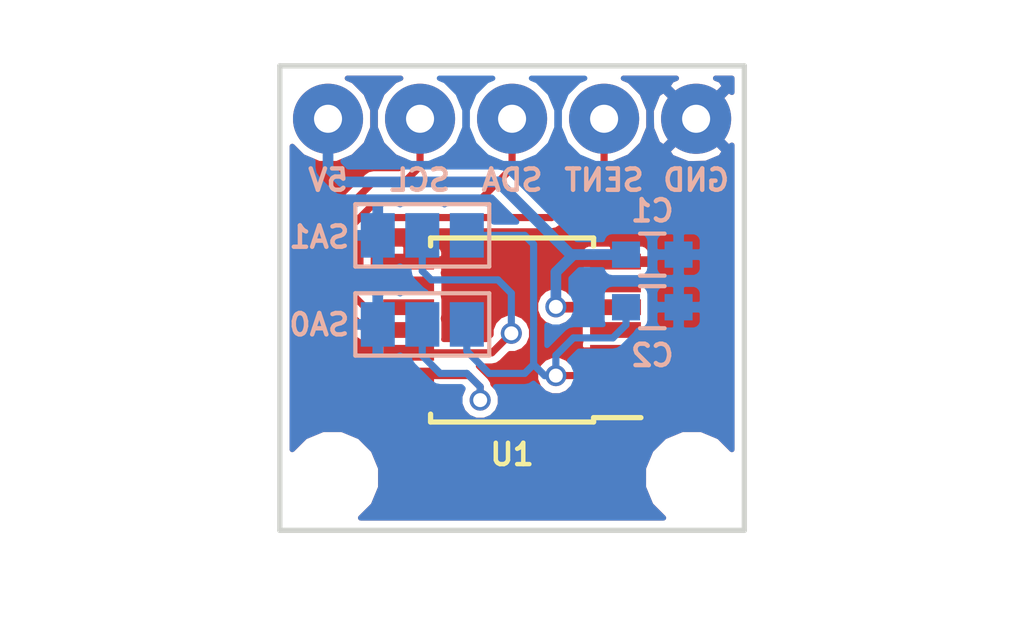
<source format=kicad_pcb>
(kicad_pcb (version 4) (host pcbnew 4.0.6-e0-6349~53~ubuntu16.04.1)

  (general
    (links 19)
    (no_connects 0)
    (area 143.174999 97.674999 156.575001 111.075001)
    (thickness 1)
    (drawings 4)
    (tracks 68)
    (zones 0)
    (modules 12)
    (nets 9)
  )

  (page A4)
  (layers
    (0 F.Cu mixed)
    (31 B.Cu mixed)
    (32 B.Adhes user)
    (33 F.Adhes user)
    (34 B.Paste user)
    (35 F.Paste user)
    (36 B.SilkS user)
    (37 F.SilkS user)
    (38 B.Mask user)
    (39 F.Mask user)
    (40 Dwgs.User user)
    (41 Cmts.User user)
    (42 Eco1.User user)
    (43 Eco2.User user)
    (44 Edge.Cuts user)
    (45 Margin user)
    (46 B.CrtYd user)
    (47 F.CrtYd user)
    (48 B.Fab user)
    (49 F.Fab user)
  )

  (setup
    (last_trace_width 0.2032)
    (trace_clearance 0.2032)
    (zone_clearance 0.2032)
    (zone_45_only no)
    (trace_min 0.2)
    (segment_width 0.2)
    (edge_width 0.15)
    (via_size 0.6)
    (via_drill 0.4)
    (via_min_size 0.4)
    (via_min_drill 0.3)
    (uvia_size 0.3)
    (uvia_drill 0.1)
    (uvias_allowed no)
    (uvia_min_size 0)
    (uvia_min_drill 0)
    (pcb_text_width 0.3)
    (pcb_text_size 1.5 1.5)
    (mod_edge_width 0.15)
    (mod_text_size 0.6096 0.6096)
    (mod_text_width 0.127)
    (pad_size 1.524 1.524)
    (pad_drill 0.762)
    (pad_to_mask_clearance 0.1016)
    (solder_mask_min_width 0.32)
    (pad_to_paste_clearance -0.0762)
    (aux_axis_origin 143.25 97.76)
    (grid_origin 143.25 97.76)
    (visible_elements FFFEFF7F)
    (pcbplotparams
      (layerselection 0x00030_80000001)
      (usegerberextensions false)
      (excludeedgelayer true)
      (linewidth 0.100000)
      (plotframeref false)
      (viasonmask false)
      (mode 1)
      (useauxorigin false)
      (hpglpennumber 1)
      (hpglpenspeed 20)
      (hpglpendiameter 15)
      (hpglpenoverlay 2)
      (psnegative false)
      (psa4output false)
      (plotreference true)
      (plotvalue true)
      (plotinvisibletext false)
      (padsonsilk false)
      (subtractmaskfromsilk false)
      (outputformat 1)
      (mirror false)
      (drillshape 1)
      (scaleselection 1)
      (outputdirectory ""))
  )

  (net 0 "")
  (net 1 "Net-(J2-Pad1)")
  (net 2 "Net-(J3-Pad1)")
  (net 3 "Net-(J4-Pad1)")
  (net 4 GND)
  (net 5 +5V)
  (net 6 "Net-(C2-Pad1)")
  (net 7 "Net-(J6-Pad2)")
  (net 8 "Net-(J7-Pad2)")

  (net_class Default "This is the default net class."
    (clearance 0.2032)
    (trace_width 0.2032)
    (via_dia 0.6)
    (via_drill 0.4)
    (uvia_dia 0.3)
    (uvia_drill 0.1)
    (add_net "Net-(C2-Pad1)")
    (add_net "Net-(J2-Pad1)")
    (add_net "Net-(J3-Pad1)")
    (add_net "Net-(J4-Pad1)")
    (add_net "Net-(J6-Pad2)")
    (add_net "Net-(J7-Pad2)")
  )

  (net_class PWR ""
    (clearance 0.2032)
    (trace_width 0.3048)
    (via_dia 0.6)
    (via_drill 0.4)
    (uvia_dia 0.3)
    (uvia_drill 0.1)
    (add_net +5V)
    (add_net GND)
  )

  (module Wire_Pads:SolderWirePad_single_0-8mmDrill (layer B.Cu) (tedit 594F33FF) (tstamp 594A8135)
    (at 144.625 99.26)
    (path /594A81BD)
    (fp_text reference 5V (at 0 1.75) (layer B.SilkS)
      (effects (font (size 0.6096 0.6096) (thickness 0.127)) (justify mirror))
    )
    (fp_text value 5V (at 0 -2.54) (layer B.Fab)
      (effects (font (size 1 1) (thickness 0.15)) (justify mirror))
    )
    (pad 1 thru_hole circle (at 0 0) (size 1.99898 1.99898) (drill 0.8001) (layers *.Cu *.Mask)
      (net 5 +5V))
  )

  (module Wire_Pads:SolderWirePad_single_0-8mmDrill (layer B.Cu) (tedit 594F33E5) (tstamp 594A813A)
    (at 149.875 99.26)
    (path /5949AA76)
    (fp_text reference SDA (at 0 1.75) (layer B.SilkS)
      (effects (font (size 0.6096 0.6096) (thickness 0.127)) (justify mirror))
    )
    (fp_text value SDA (at 0 -2.54) (layer B.Fab)
      (effects (font (size 1 1) (thickness 0.15)) (justify mirror))
    )
    (pad 1 thru_hole circle (at 0 0) (size 1.99898 1.99898) (drill 0.8001) (layers *.Cu *.Mask)
      (net 1 "Net-(J2-Pad1)"))
  )

  (module Wire_Pads:SolderWirePad_single_0-8mmDrill (layer B.Cu) (tedit 594F33F6) (tstamp 594A813F)
    (at 147.25 99.26)
    (path /594A81EA)
    (fp_text reference SCL (at 0 1.75) (layer B.SilkS)
      (effects (font (size 0.6096 0.6096) (thickness 0.127)) (justify mirror))
    )
    (fp_text value SCL (at 0 -2.54) (layer B.Fab)
      (effects (font (size 1 1) (thickness 0.15)) (justify mirror))
    )
    (pad 1 thru_hole circle (at 0 0) (size 1.99898 1.99898) (drill 0.8001) (layers *.Cu *.Mask)
      (net 2 "Net-(J3-Pad1)"))
  )

  (module Wire_Pads:SolderWirePad_single_0-8mmDrill (layer B.Cu) (tedit 594F33D3) (tstamp 594A8144)
    (at 152.5 99.26)
    (path /594A8210)
    (fp_text reference SENT (at 0 1.75) (layer B.SilkS)
      (effects (font (size 0.6096 0.6096) (thickness 0.127)) (justify mirror))
    )
    (fp_text value SENT (at 0 -2.54) (layer B.Fab)
      (effects (font (size 1 1) (thickness 0.15)) (justify mirror))
    )
    (pad 1 thru_hole circle (at 0 0) (size 1.99898 1.99898) (drill 0.8001) (layers *.Cu *.Mask)
      (net 3 "Net-(J4-Pad1)"))
  )

  (module Wire_Pads:SolderWirePad_single_0-8mmDrill (layer B.Cu) (tedit 594F33BA) (tstamp 594A8149)
    (at 155.125 99.26)
    (path /594A823F)
    (fp_text reference GND (at 0 1.75) (layer B.SilkS)
      (effects (font (size 0.6096 0.6096) (thickness 0.127)) (justify mirror))
    )
    (fp_text value GND (at 0 -2.54) (layer B.Fab)
      (effects (font (size 1 1) (thickness 0.15)) (justify mirror))
    )
    (pad 1 thru_hole circle (at 0 0) (size 1.99898 1.99898) (drill 0.8001) (layers *.Cu *.Mask)
      (net 4 GND))
  )

  (module Housings_SSOP:TSSOP-14_4.4x5mm_Pitch0.65mm (layer F.Cu) (tedit 54130A77) (tstamp 594A8160)
    (at 149.875 105.285 180)
    (descr "14-Lead Plastic Thin Shrink Small Outline (ST)-4.4 mm Body [TSSOP] (see Microchip Packaging Specification 00000049BS.pdf)")
    (tags "SSOP 0.65")
    (path /594A7FD0)
    (attr smd)
    (fp_text reference U1 (at 0 -3.55 180) (layer F.SilkS)
      (effects (font (size 0.6096 0.6096) (thickness 0.127)))
    )
    (fp_text value Generic_TSSOP-14 (at 0 3.55 180) (layer F.Fab)
      (effects (font (size 1 1) (thickness 0.15)))
    )
    (fp_line (start -1.2 -2.5) (end 2.2 -2.5) (layer F.Fab) (width 0.15))
    (fp_line (start 2.2 -2.5) (end 2.2 2.5) (layer F.Fab) (width 0.15))
    (fp_line (start 2.2 2.5) (end -2.2 2.5) (layer F.Fab) (width 0.15))
    (fp_line (start -2.2 2.5) (end -2.2 -1.5) (layer F.Fab) (width 0.15))
    (fp_line (start -2.2 -1.5) (end -1.2 -2.5) (layer F.Fab) (width 0.15))
    (fp_line (start -3.95 -2.8) (end -3.95 2.8) (layer F.CrtYd) (width 0.05))
    (fp_line (start 3.95 -2.8) (end 3.95 2.8) (layer F.CrtYd) (width 0.05))
    (fp_line (start -3.95 -2.8) (end 3.95 -2.8) (layer F.CrtYd) (width 0.05))
    (fp_line (start -3.95 2.8) (end 3.95 2.8) (layer F.CrtYd) (width 0.05))
    (fp_line (start -2.325 -2.625) (end -2.325 -2.5) (layer F.SilkS) (width 0.15))
    (fp_line (start 2.325 -2.625) (end 2.325 -2.4) (layer F.SilkS) (width 0.15))
    (fp_line (start 2.325 2.625) (end 2.325 2.4) (layer F.SilkS) (width 0.15))
    (fp_line (start -2.325 2.625) (end -2.325 2.4) (layer F.SilkS) (width 0.15))
    (fp_line (start -2.325 -2.625) (end 2.325 -2.625) (layer F.SilkS) (width 0.15))
    (fp_line (start -2.325 2.625) (end 2.325 2.625) (layer F.SilkS) (width 0.15))
    (fp_line (start -2.325 -2.5) (end -3.675 -2.5) (layer F.SilkS) (width 0.15))
    (fp_text user %R (at 0 0 180) (layer F.Fab)
      (effects (font (size 0.8 0.8) (thickness 0.15)))
    )
    (pad 1 smd rect (at -2.95 -1.95 180) (size 1.45 0.45) (layers F.Cu F.Paste F.Mask)
      (net 4 GND))
    (pad 2 smd rect (at -2.95 -1.3 180) (size 1.45 0.45) (layers F.Cu F.Paste F.Mask)
      (net 6 "Net-(C2-Pad1)"))
    (pad 3 smd rect (at -2.95 -0.65 180) (size 1.45 0.45) (layers F.Cu F.Paste F.Mask)
      (net 4 GND))
    (pad 4 smd rect (at -2.95 0 180) (size 1.45 0.45) (layers F.Cu F.Paste F.Mask))
    (pad 5 smd rect (at -2.95 0.65 180) (size 1.45 0.45) (layers F.Cu F.Paste F.Mask)
      (net 5 +5V))
    (pad 6 smd rect (at -2.95 1.3 180) (size 1.45 0.45) (layers F.Cu F.Paste F.Mask))
    (pad 7 smd rect (at -2.95 1.95 180) (size 1.45 0.45) (layers F.Cu F.Paste F.Mask)
      (net 4 GND))
    (pad 8 smd rect (at 2.95 1.95 180) (size 1.45 0.45) (layers F.Cu F.Paste F.Mask)
      (net 4 GND))
    (pad 9 smd rect (at 2.95 1.3 180) (size 1.45 0.45) (layers F.Cu F.Paste F.Mask)
      (net 3 "Net-(J4-Pad1)"))
    (pad 10 smd rect (at 2.95 0.65 180) (size 1.45 0.45) (layers F.Cu F.Paste F.Mask)
      (net 1 "Net-(J2-Pad1)"))
    (pad 11 smd rect (at 2.95 0 180) (size 1.45 0.45) (layers F.Cu F.Paste F.Mask)
      (net 2 "Net-(J3-Pad1)"))
    (pad 12 smd rect (at 2.95 -0.65 180) (size 1.45 0.45) (layers F.Cu F.Paste F.Mask)
      (net 8 "Net-(J7-Pad2)"))
    (pad 13 smd rect (at 2.95 -1.3 180) (size 1.45 0.45) (layers F.Cu F.Paste F.Mask)
      (net 7 "Net-(J6-Pad2)"))
    (pad 14 smd rect (at 2.95 -1.95 180) (size 1.45 0.45) (layers F.Cu F.Paste F.Mask)
      (net 4 GND))
    (model ${KISYS3DMOD}/Housings_SSOP.3dshapes/TSSOP-14_4.4x5mm_Pitch0.65mm.wrl
      (at (xyz 0 0 0))
      (scale (xyz 1 1 1))
      (rotate (xyz 0 0 0))
    )
  )

  (module Capacitors_SMD:C_0603 (layer B.Cu) (tedit 594F32B5) (tstamp 594F80B6)
    (at 153.875 103.135)
    (descr "Capacitor SMD 0603, reflow soldering, AVX (see smccp.pdf)")
    (tags "capacitor 0603")
    (path /594F29FA)
    (attr smd)
    (fp_text reference C1 (at 0 -1.25) (layer B.SilkS)
      (effects (font (size 0.6096 0.6096) (thickness 0.127)) (justify mirror))
    )
    (fp_text value 100n (at 0 -1.5) (layer B.Fab)
      (effects (font (size 1 1) (thickness 0.15)) (justify mirror))
    )
    (fp_text user %R (at 0 1.5) (layer B.Fab)
      (effects (font (size 1 1) (thickness 0.15)) (justify mirror))
    )
    (fp_line (start -0.8 -0.4) (end -0.8 0.4) (layer B.Fab) (width 0.1))
    (fp_line (start 0.8 -0.4) (end -0.8 -0.4) (layer B.Fab) (width 0.1))
    (fp_line (start 0.8 0.4) (end 0.8 -0.4) (layer B.Fab) (width 0.1))
    (fp_line (start -0.8 0.4) (end 0.8 0.4) (layer B.Fab) (width 0.1))
    (fp_line (start -0.35 0.6) (end 0.35 0.6) (layer B.SilkS) (width 0.12))
    (fp_line (start 0.35 -0.6) (end -0.35 -0.6) (layer B.SilkS) (width 0.12))
    (fp_line (start -1.4 0.65) (end 1.4 0.65) (layer B.CrtYd) (width 0.05))
    (fp_line (start -1.4 0.65) (end -1.4 -0.65) (layer B.CrtYd) (width 0.05))
    (fp_line (start 1.4 -0.65) (end 1.4 0.65) (layer B.CrtYd) (width 0.05))
    (fp_line (start 1.4 -0.65) (end -1.4 -0.65) (layer B.CrtYd) (width 0.05))
    (pad 1 smd rect (at -0.75 0) (size 0.8 0.75) (layers B.Cu B.Paste B.Mask)
      (net 5 +5V))
    (pad 2 smd rect (at 0.75 0) (size 0.8 0.75) (layers B.Cu B.Paste B.Mask)
      (net 4 GND))
    (model Capacitors_SMD.3dshapes/C_0603.wrl
      (at (xyz 0 0 0))
      (scale (xyz 1 1 1))
      (rotate (xyz 0 0 0))
    )
  )

  (module Capacitors_SMD:C_0603 (layer B.Cu) (tedit 594F32C6) (tstamp 594F80BC)
    (at 153.875 104.635)
    (descr "Capacitor SMD 0603, reflow soldering, AVX (see smccp.pdf)")
    (tags "capacitor 0603")
    (path /594F23C2)
    (attr smd)
    (fp_text reference C2 (at 0 1.375) (layer B.SilkS)
      (effects (font (size 0.6096 0.6096) (thickness 0.127)) (justify mirror))
    )
    (fp_text value 100n (at 0 -1.5) (layer B.Fab)
      (effects (font (size 1 1) (thickness 0.15)) (justify mirror))
    )
    (fp_text user %R (at 0 1.5) (layer B.Fab)
      (effects (font (size 1 1) (thickness 0.15)) (justify mirror))
    )
    (fp_line (start -0.8 -0.4) (end -0.8 0.4) (layer B.Fab) (width 0.1))
    (fp_line (start 0.8 -0.4) (end -0.8 -0.4) (layer B.Fab) (width 0.1))
    (fp_line (start 0.8 0.4) (end 0.8 -0.4) (layer B.Fab) (width 0.1))
    (fp_line (start -0.8 0.4) (end 0.8 0.4) (layer B.Fab) (width 0.1))
    (fp_line (start -0.35 0.6) (end 0.35 0.6) (layer B.SilkS) (width 0.12))
    (fp_line (start 0.35 -0.6) (end -0.35 -0.6) (layer B.SilkS) (width 0.12))
    (fp_line (start -1.4 0.65) (end 1.4 0.65) (layer B.CrtYd) (width 0.05))
    (fp_line (start -1.4 0.65) (end -1.4 -0.65) (layer B.CrtYd) (width 0.05))
    (fp_line (start 1.4 -0.65) (end 1.4 0.65) (layer B.CrtYd) (width 0.05))
    (fp_line (start 1.4 -0.65) (end -1.4 -0.65) (layer B.CrtYd) (width 0.05))
    (pad 1 smd rect (at -0.75 0) (size 0.8 0.75) (layers B.Cu B.Paste B.Mask)
      (net 6 "Net-(C2-Pad1)"))
    (pad 2 smd rect (at 0.75 0) (size 0.8 0.75) (layers B.Cu B.Paste B.Mask)
      (net 4 GND))
    (model Capacitors_SMD.3dshapes/C_0603.wrl
      (at (xyz 0 0 0))
      (scale (xyz 1 1 1))
      (rotate (xyz 0 0 0))
    )
  )

  (module Connectors:GS3 (layer B.Cu) (tedit 594F3368) (tstamp 594F80C3)
    (at 147.314 105.126 270)
    (descr "3-pin solder bridge")
    (tags "solder bridge")
    (path /594F2E78)
    (attr smd)
    (fp_text reference SA0 (at 0.009 2.939 360) (layer B.SilkS)
      (effects (font (size 0.6096 0.6096) (thickness 0.127)) (justify mirror))
    )
    (fp_text value GS3 (at 1.8 0 540) (layer B.Fab)
      (effects (font (size 1 1) (thickness 0.15)) (justify mirror))
    )
    (fp_line (start -1.15 2.15) (end 1.15 2.15) (layer B.CrtYd) (width 0.05))
    (fp_line (start 1.15 2.15) (end 1.15 -2.15) (layer B.CrtYd) (width 0.05))
    (fp_line (start 1.15 -2.15) (end -1.15 -2.15) (layer B.CrtYd) (width 0.05))
    (fp_line (start -1.15 -2.15) (end -1.15 2.15) (layer B.CrtYd) (width 0.05))
    (fp_line (start -0.89 1.91) (end -0.89 -1.91) (layer B.SilkS) (width 0.12))
    (fp_line (start -0.89 -1.91) (end 0.89 -1.91) (layer B.SilkS) (width 0.12))
    (fp_line (start 0.89 -1.91) (end 0.89 1.91) (layer B.SilkS) (width 0.12))
    (fp_line (start -0.89 1.91) (end 0.89 1.91) (layer B.SilkS) (width 0.12))
    (pad 1 smd rect (at 0 1.27 270) (size 1.27 0.97) (layers B.Cu B.Paste B.Mask)
      (net 4 GND))
    (pad 2 smd rect (at 0 0 270) (size 1.27 0.97) (layers B.Cu B.Paste B.Mask)
      (net 7 "Net-(J6-Pad2)"))
    (pad 3 smd rect (at 0 -1.27 270) (size 1.27 0.97) (layers B.Cu B.Paste B.Mask)
      (net 6 "Net-(C2-Pad1)"))
  )

  (module Connectors:GS3 (layer B.Cu) (tedit 594F3365) (tstamp 594F80CA)
    (at 147.314 102.586 270)
    (descr "3-pin solder bridge")
    (tags "solder bridge")
    (path /594F2F74)
    (attr smd)
    (fp_text reference SA1 (at 0.049 2.939 360) (layer B.SilkS)
      (effects (font (size 0.6096 0.6096) (thickness 0.127)) (justify mirror))
    )
    (fp_text value GS3 (at 1.8 0 540) (layer B.Fab)
      (effects (font (size 1 1) (thickness 0.15)) (justify mirror))
    )
    (fp_line (start -1.15 2.15) (end 1.15 2.15) (layer B.CrtYd) (width 0.05))
    (fp_line (start 1.15 2.15) (end 1.15 -2.15) (layer B.CrtYd) (width 0.05))
    (fp_line (start 1.15 -2.15) (end -1.15 -2.15) (layer B.CrtYd) (width 0.05))
    (fp_line (start -1.15 -2.15) (end -1.15 2.15) (layer B.CrtYd) (width 0.05))
    (fp_line (start -0.89 1.91) (end -0.89 -1.91) (layer B.SilkS) (width 0.12))
    (fp_line (start -0.89 -1.91) (end 0.89 -1.91) (layer B.SilkS) (width 0.12))
    (fp_line (start 0.89 -1.91) (end 0.89 1.91) (layer B.SilkS) (width 0.12))
    (fp_line (start -0.89 1.91) (end 0.89 1.91) (layer B.SilkS) (width 0.12))
    (pad 1 smd rect (at 0 1.27 270) (size 1.27 0.97) (layers B.Cu B.Paste B.Mask)
      (net 4 GND))
    (pad 2 smd rect (at 0 0 270) (size 1.27 0.97) (layers B.Cu B.Paste B.Mask)
      (net 8 "Net-(J7-Pad2)"))
    (pad 3 smd rect (at 0 -1.27 270) (size 1.27 0.97) (layers B.Cu B.Paste B.Mask)
      (net 6 "Net-(C2-Pad1)"))
  )

  (module Mounting_Holes:MountingHole_2.2mm_M2 (layer F.Cu) (tedit 594F3285) (tstamp 594F8286)
    (at 144.75 109.5)
    (descr "Mounting Hole 2.2mm, no annular, M2")
    (tags "mounting hole 2.2mm no annular m2")
    (fp_text reference REF** (at 0 -3.2) (layer F.SilkS) hide
      (effects (font (size 0.6096 0.6096) (thickness 0.127)))
    )
    (fp_text value MountingHole_2.2mm_M2 (at 0 3.2) (layer F.Fab)
      (effects (font (size 1 1) (thickness 0.15)))
    )
    (fp_circle (center 0 0) (end 2.2 0) (layer Cmts.User) (width 0.15))
    (fp_circle (center 0 0) (end 2.45 0) (layer F.CrtYd) (width 0.05))
    (pad 1 np_thru_hole circle (at 0 0) (size 2.2 2.2) (drill 2.2) (layers *.Cu *.Mask))
  )

  (module Mounting_Holes:MountingHole_2.2mm_M2 (layer F.Cu) (tedit 594F328C) (tstamp 594F828A)
    (at 155 109.5)
    (descr "Mounting Hole 2.2mm, no annular, M2")
    (tags "mounting hole 2.2mm no annular m2")
    (fp_text reference REF** (at 0 -3.2) (layer F.SilkS) hide
      (effects (font (size 0.6096 0.6096) (thickness 0.127)))
    )
    (fp_text value MountingHole_2.2mm_M2 (at 0 3.2) (layer F.Fab)
      (effects (font (size 1 1) (thickness 0.15)))
    )
    (fp_circle (center 0 0) (end 2.2 0) (layer Cmts.User) (width 0.15))
    (fp_circle (center 0 0) (end 2.45 0) (layer F.CrtYd) (width 0.05))
    (pad 1 np_thru_hole circle (at 0 0) (size 2.2 2.2) (drill 2.2) (layers *.Cu *.Mask))
  )

  (gr_line (start 143.25 111) (end 143.25 97.75) (angle 90) (layer Edge.Cuts) (width 0.15))
  (gr_line (start 156.5 111) (end 143.25 111) (angle 90) (layer Edge.Cuts) (width 0.15))
  (gr_line (start 156.5 97.75) (end 156.5 111) (angle 90) (layer Edge.Cuts) (width 0.15))
  (gr_line (start 143.25 97.75) (end 156.5 97.75) (angle 90) (layer Edge.Cuts) (width 0.15))

  (segment (start 146.925 104.635) (end 145.68 104.635) (width 0.2032) (layer F.Cu) (net 1))
  (segment (start 149.875 100.66) (end 149.875 99.26) (width 0.2032) (layer F.Cu) (net 1) (tstamp 594F83F3))
  (segment (start 148.965 101.57) (end 149.875 100.66) (width 0.2032) (layer F.Cu) (net 1) (tstamp 594F83F1))
  (segment (start 146.044 101.57) (end 148.965 101.57) (width 0.2032) (layer F.Cu) (net 1) (tstamp 594F83EF))
  (segment (start 145.028 102.586) (end 146.044 101.57) (width 0.2032) (layer F.Cu) (net 1) (tstamp 594F83ED))
  (segment (start 145.028 103.983) (end 145.028 102.586) (width 0.2032) (layer F.Cu) (net 1) (tstamp 594F83EC))
  (segment (start 145.68 104.635) (end 145.028 103.983) (width 0.2032) (layer F.Cu) (net 1) (tstamp 594F83EA))
  (segment (start 146.925 105.285) (end 145.695 105.285) (width 0.2032) (layer F.Cu) (net 2))
  (segment (start 147.25 100.618) (end 147.25 99.26) (width 0.2032) (layer F.Cu) (net 2) (tstamp 594F8400))
  (segment (start 146.806 101.062) (end 147.25 100.618) (width 0.2032) (layer F.Cu) (net 2) (tstamp 594F83FF))
  (segment (start 145.917 101.062) (end 146.806 101.062) (width 0.2032) (layer F.Cu) (net 2) (tstamp 594F83FD))
  (segment (start 144.52 102.459) (end 145.917 101.062) (width 0.2032) (layer F.Cu) (net 2) (tstamp 594F83FB))
  (segment (start 144.52 104.11) (end 144.52 102.459) (width 0.2032) (layer F.Cu) (net 2) (tstamp 594F83F9))
  (segment (start 145.695 105.285) (end 144.52 104.11) (width 0.2032) (layer F.Cu) (net 2) (tstamp 594F83F7))
  (segment (start 146.925 103.985) (end 145.792 103.985) (width 0.2032) (layer F.Cu) (net 3))
  (segment (start 152.5 100.575) (end 152.5 99.26) (width 0.2032) (layer F.Cu) (net 3) (tstamp 594F83D6))
  (segment (start 150.997 102.078) (end 152.5 100.575) (width 0.2032) (layer F.Cu) (net 3) (tstamp 594F83D4))
  (segment (start 146.171 102.078) (end 150.997 102.078) (width 0.2032) (layer F.Cu) (net 3) (tstamp 594F83D3))
  (segment (start 145.536 102.713) (end 146.171 102.078) (width 0.2032) (layer F.Cu) (net 3) (tstamp 594F83D2))
  (segment (start 145.536 103.729) (end 145.536 102.713) (width 0.2032) (layer F.Cu) (net 3) (tstamp 594F83D1))
  (segment (start 145.792 103.985) (end 145.536 103.729) (width 0.2032) (layer F.Cu) (net 3) (tstamp 594F83D0))
  (segment (start 153.125 103.135) (end 151.546 103.135) (width 0.3048) (layer B.Cu) (net 5))
  (segment (start 144.625 100.659) (end 144.625 99.26) (width 0.3048) (layer B.Cu) (net 5) (tstamp 594F841B))
  (segment (start 145.028 101.062) (end 144.625 100.659) (width 0.3048) (layer B.Cu) (net 5) (tstamp 594F841A))
  (segment (start 149.473 101.062) (end 145.028 101.062) (width 0.3048) (layer B.Cu) (net 5) (tstamp 594F8418))
  (segment (start 151.546 103.135) (end 149.473 101.062) (width 0.3048) (layer B.Cu) (net 5) (tstamp 594F8416))
  (segment (start 151.125 104.625) (end 151.125 103.635) (width 0.3048) (layer B.Cu) (net 5))
  (segment (start 152.825 104.635) (end 151.135 104.635) (width 0.3048) (layer F.Cu) (net 5))
  (segment (start 151.135 104.635) (end 151.125 104.625) (width 0.3048) (layer F.Cu) (net 5) (tstamp 594F82BF))
  (via (at 151.125 104.625) (size 0.6) (drill 0.4) (layers F.Cu B.Cu) (net 5))
  (segment (start 151.625 103.135) (end 153.125 103.135) (width 0.3048) (layer B.Cu) (net 5) (tstamp 594F837B))
  (segment (start 151.125 103.635) (end 151.625 103.135) (width 0.3048) (layer B.Cu) (net 5) (tstamp 594F837A))
  (segment (start 151.124 106.5865) (end 150.8065 106.5865) (width 0.2032) (layer B.Cu) (net 6))
  (segment (start 150.8065 106.5865) (end 150.489 106.269) (width 0.2032) (layer B.Cu) (net 6) (tstamp 594F846F))
  (segment (start 148.584 102.586) (end 150.235 102.586) (width 0.2032) (layer B.Cu) (net 6))
  (segment (start 150.489 105.888) (end 150.489 106.269) (width 0.2032) (layer B.Cu) (net 6) (tstamp 594F8463))
  (segment (start 150.489 105.126) (end 150.489 105.888) (width 0.2032) (layer B.Cu) (net 6) (tstamp 594F8462))
  (segment (start 150.489 102.84) (end 150.489 105.126) (width 0.2032) (layer B.Cu) (net 6) (tstamp 594F8461))
  (segment (start 150.235 102.586) (end 150.489 102.84) (width 0.2032) (layer B.Cu) (net 6) (tstamp 594F8460))
  (segment (start 150.489 106.269) (end 150.235 106.523) (width 0.2032) (layer B.Cu) (net 6) (tstamp 594F8465))
  (segment (start 149.219 106.523) (end 148.584 105.888) (width 0.2032) (layer B.Cu) (net 6) (tstamp 594F8467))
  (segment (start 150.235 106.523) (end 149.219 106.523) (width 0.2032) (layer B.Cu) (net 6) (tstamp 594F8466))
  (segment (start 148.584 105.888) (end 148.584 105.126) (width 0.2032) (layer B.Cu) (net 6) (tstamp 594F8468))
  (segment (start 151.124 106.5865) (end 151.124 106.011) (width 0.2032) (layer B.Cu) (net 6))
  (segment (start 151.1255 106.585) (end 151.124 106.5865) (width 0.2032) (layer F.Cu) (net 6) (tstamp 594F8306))
  (via (at 151.124 106.5865) (size 0.6) (drill 0.4) (layers F.Cu B.Cu) (net 6))
  (segment (start 152.825 106.585) (end 151.1255 106.585) (width 0.2032) (layer F.Cu) (net 6))
  (segment (start 153.125 105.135) (end 153.125 104.635) (width 0.2032) (layer B.Cu) (net 6) (tstamp 594F8377))
  (segment (start 152.75 105.51) (end 153.125 105.135) (width 0.2032) (layer B.Cu) (net 6) (tstamp 594F8376))
  (segment (start 151.625 105.51) (end 152.75 105.51) (width 0.2032) (layer B.Cu) (net 6) (tstamp 594F8375))
  (segment (start 151.124 106.011) (end 151.625 105.51) (width 0.2032) (layer B.Cu) (net 6) (tstamp 594F8374))
  (segment (start 148.965 107.285) (end 148.965 106.904) (width 0.2032) (layer B.Cu) (net 7))
  (segment (start 146.925 106.585) (end 148.646 106.585) (width 0.2032) (layer F.Cu) (net 7))
  (segment (start 148.646 106.585) (end 148.965 106.904) (width 0.2032) (layer F.Cu) (net 7) (tstamp 594F843C))
  (segment (start 148.965 106.904) (end 148.965 107.285) (width 0.2032) (layer F.Cu) (net 7) (tstamp 594F843E))
  (via (at 148.965 107.285) (size 0.6) (drill 0.4) (layers F.Cu B.Cu) (net 7))
  (segment (start 147.314 106.015) (end 147.314 105.126) (width 0.2032) (layer B.Cu) (net 7) (tstamp 594F8450))
  (segment (start 147.822 106.523) (end 147.314 106.015) (width 0.2032) (layer B.Cu) (net 7) (tstamp 594F844F))
  (segment (start 148.584 106.523) (end 147.822 106.523) (width 0.2032) (layer B.Cu) (net 7) (tstamp 594F844E))
  (segment (start 148.965 106.904) (end 148.584 106.523) (width 0.2032) (layer B.Cu) (net 7) (tstamp 594F844D))
  (segment (start 146.925 105.935) (end 149.299 105.935) (width 0.2032) (layer F.Cu) (net 8))
  (segment (start 147.314 103.602) (end 147.314 102.586) (width 0.2032) (layer B.Cu) (net 8) (tstamp 594F847A))
  (segment (start 147.568 103.856) (end 147.314 103.602) (width 0.2032) (layer B.Cu) (net 8) (tstamp 594F8479))
  (segment (start 149.473 103.856) (end 147.568 103.856) (width 0.2032) (layer B.Cu) (net 8) (tstamp 594F8478))
  (segment (start 149.854 104.237) (end 149.473 103.856) (width 0.2032) (layer B.Cu) (net 8) (tstamp 594F8476))
  (segment (start 149.854 105.38) (end 149.854 104.237) (width 0.2032) (layer B.Cu) (net 8) (tstamp 594F8475))
  (via (at 149.854 105.38) (size 0.6) (drill 0.4) (layers F.Cu B.Cu) (net 8))
  (segment (start 149.299 105.935) (end 149.854 105.38) (width 0.2032) (layer F.Cu) (net 8) (tstamp 594F8473))

  (zone (net 4) (net_name GND) (layer F.Cu) (tstamp 594F8481) (hatch edge 0.508)
    (connect_pads (clearance 0.2032))
    (min_thickness 0.1524)
    (fill yes (arc_segments 16) (thermal_gap 0.2032) (thermal_bridge_width 0.3048))
    (polygon
      (pts
        (xy 156.5 111.01) (xy 143.25 111.01) (xy 143.25 97.76) (xy 156.5 97.76)
      )
    )
    (filled_polygon
      (pts
        (xy 146.526513 98.175178) (xy 146.166442 98.534621) (xy 145.971332 99.004497) (xy 145.970888 99.513271) (xy 146.165178 99.983487)
        (xy 146.524621 100.343558) (xy 146.850365 100.478819) (xy 146.648184 100.681) (xy 145.917 100.681) (xy 145.771197 100.710002)
        (xy 145.721688 100.743083) (xy 145.647592 100.792592) (xy 145.64759 100.792595) (xy 144.250592 102.189592) (xy 144.168002 102.313197)
        (xy 144.168002 102.313198) (xy 144.139 102.459) (xy 144.139 104.11) (xy 144.168002 104.255803) (xy 144.250592 104.379408)
        (xy 145.425592 105.554408) (xy 145.549197 105.636998) (xy 145.695 105.666) (xy 145.924037 105.666) (xy 145.915127 105.71)
        (xy 145.915127 106.16) (xy 145.934609 106.263539) (xy 145.934648 106.2636) (xy 145.915127 106.36) (xy 145.915127 106.81)
        (xy 145.934609 106.913539) (xy 145.936389 106.916306) (xy 145.9206 106.954424) (xy 145.9206 107.08895) (xy 145.99045 107.1588)
        (xy 146.8488 107.1588) (xy 146.8488 107.1388) (xy 147.0012 107.1388) (xy 147.0012 107.1588) (xy 147.85955 107.1588)
        (xy 147.9294 107.08895) (xy 147.9294 106.966) (xy 148.470095 106.966) (xy 148.385701 107.169245) (xy 148.3855 107.399744)
        (xy 148.473522 107.612775) (xy 148.636368 107.775905) (xy 148.849245 107.864299) (xy 149.079744 107.8645) (xy 149.292775 107.776478)
        (xy 149.455905 107.613632) (xy 149.544299 107.400755) (xy 149.544316 107.38105) (xy 151.8206 107.38105) (xy 151.8206 107.515576)
        (xy 151.863136 107.618267) (xy 151.941733 107.696864) (xy 152.044424 107.7394) (xy 152.67895 107.7394) (xy 152.7488 107.66955)
        (xy 152.7488 107.3112) (xy 152.9012 107.3112) (xy 152.9012 107.66955) (xy 152.97105 107.7394) (xy 153.605576 107.7394)
        (xy 153.708267 107.696864) (xy 153.786864 107.618267) (xy 153.8294 107.515576) (xy 153.8294 107.38105) (xy 153.75955 107.3112)
        (xy 152.9012 107.3112) (xy 152.7488 107.3112) (xy 151.89045 107.3112) (xy 151.8206 107.38105) (xy 149.544316 107.38105)
        (xy 149.5445 107.170256) (xy 149.456478 106.957225) (xy 149.33173 106.832259) (xy 149.316998 106.758197) (xy 149.278944 106.701244)
        (xy 150.5445 106.701244) (xy 150.632522 106.914275) (xy 150.795368 107.077405) (xy 151.008245 107.165799) (xy 151.238744 107.166)
        (xy 151.451775 107.077978) (xy 151.563948 106.966) (xy 151.8206 106.966) (xy 151.8206 107.08895) (xy 151.89045 107.1588)
        (xy 152.7488 107.1588) (xy 152.7488 107.1388) (xy 152.9012 107.1388) (xy 152.9012 107.1588) (xy 153.75955 107.1588)
        (xy 153.8294 107.08895) (xy 153.8294 106.954424) (xy 153.813433 106.915876) (xy 153.834873 106.81) (xy 153.834873 106.36)
        (xy 153.815391 106.256461) (xy 153.813611 106.253694) (xy 153.8294 106.215576) (xy 153.8294 106.08105) (xy 153.75955 106.0112)
        (xy 152.9012 106.0112) (xy 152.9012 106.0312) (xy 152.7488 106.0312) (xy 152.7488 106.0112) (xy 151.89045 106.0112)
        (xy 151.8206 106.08105) (xy 151.8206 106.204) (xy 151.560848 106.204) (xy 151.452632 106.095595) (xy 151.239755 106.007201)
        (xy 151.009256 106.007) (xy 150.796225 106.095022) (xy 150.633095 106.257868) (xy 150.544701 106.470745) (xy 150.5445 106.701244)
        (xy 149.278944 106.701244) (xy 149.234408 106.634592) (xy 148.915816 106.316) (xy 149.299 106.316) (xy 149.444803 106.286998)
        (xy 149.568408 106.204408) (xy 149.813451 105.959365) (xy 149.968744 105.9595) (xy 150.181775 105.871478) (xy 150.344905 105.708632)
        (xy 150.433299 105.495755) (xy 150.4335 105.265256) (xy 150.345478 105.052225) (xy 150.182632 104.889095) (xy 149.969755 104.800701)
        (xy 149.739256 104.8005) (xy 149.526225 104.888522) (xy 149.363095 105.051368) (xy 149.274701 105.264245) (xy 149.274565 105.42062)
        (xy 149.141184 105.554) (xy 147.925963 105.554) (xy 147.934873 105.51) (xy 147.934873 105.06) (xy 147.915391 104.956461)
        (xy 147.915352 104.9564) (xy 147.934873 104.86) (xy 147.934873 104.739744) (xy 150.5455 104.739744) (xy 150.633522 104.952775)
        (xy 150.796368 105.115905) (xy 151.009245 105.204299) (xy 151.239744 105.2045) (xy 151.452775 105.116478) (xy 151.50254 105.0668)
        (xy 151.815127 105.0668) (xy 151.815127 105.51) (xy 151.834609 105.613539) (xy 151.836389 105.616306) (xy 151.8206 105.654424)
        (xy 151.8206 105.78895) (xy 151.89045 105.8588) (xy 152.7488 105.8588) (xy 152.7488 105.8388) (xy 152.9012 105.8388)
        (xy 152.9012 105.8588) (xy 153.75955 105.8588) (xy 153.8294 105.78895) (xy 153.8294 105.654424) (xy 153.813433 105.615876)
        (xy 153.834873 105.51) (xy 153.834873 105.06) (xy 153.815391 104.956461) (xy 153.815352 104.9564) (xy 153.834873 104.86)
        (xy 153.834873 104.41) (xy 153.815391 104.306461) (xy 153.815352 104.3064) (xy 153.834873 104.21) (xy 153.834873 103.76)
        (xy 153.815391 103.656461) (xy 153.813611 103.653694) (xy 153.8294 103.615576) (xy 153.8294 103.48105) (xy 153.75955 103.4112)
        (xy 152.9012 103.4112) (xy 152.9012 103.4312) (xy 152.7488 103.4312) (xy 152.7488 103.4112) (xy 151.89045 103.4112)
        (xy 151.8206 103.48105) (xy 151.8206 103.615576) (xy 151.836567 103.654124) (xy 151.815127 103.76) (xy 151.815127 104.2032)
        (xy 151.522617 104.2032) (xy 151.453632 104.134095) (xy 151.240755 104.045701) (xy 151.010256 104.0455) (xy 150.797225 104.133522)
        (xy 150.634095 104.296368) (xy 150.545701 104.509245) (xy 150.5455 104.739744) (xy 147.934873 104.739744) (xy 147.934873 104.41)
        (xy 147.915391 104.306461) (xy 147.915352 104.3064) (xy 147.934873 104.21) (xy 147.934873 103.76) (xy 147.915391 103.656461)
        (xy 147.913611 103.653694) (xy 147.9294 103.615576) (xy 147.9294 103.48105) (xy 147.85955 103.4112) (xy 147.0012 103.4112)
        (xy 147.0012 103.4312) (xy 146.8488 103.4312) (xy 146.8488 103.4112) (xy 145.99045 103.4112) (xy 145.9206 103.48105)
        (xy 145.9206 103.574784) (xy 145.917 103.571184) (xy 145.917 103.054424) (xy 145.9206 103.054424) (xy 145.9206 103.18895)
        (xy 145.99045 103.2588) (xy 146.8488 103.2588) (xy 146.8488 102.90045) (xy 147.0012 102.90045) (xy 147.0012 103.2588)
        (xy 147.85955 103.2588) (xy 147.9294 103.18895) (xy 147.9294 103.054424) (xy 151.8206 103.054424) (xy 151.8206 103.18895)
        (xy 151.89045 103.2588) (xy 152.7488 103.2588) (xy 152.7488 102.90045) (xy 152.9012 102.90045) (xy 152.9012 103.2588)
        (xy 153.75955 103.2588) (xy 153.8294 103.18895) (xy 153.8294 103.054424) (xy 153.786864 102.951733) (xy 153.708267 102.873136)
        (xy 153.605576 102.8306) (xy 152.97105 102.8306) (xy 152.9012 102.90045) (xy 152.7488 102.90045) (xy 152.67895 102.8306)
        (xy 152.044424 102.8306) (xy 151.941733 102.873136) (xy 151.863136 102.951733) (xy 151.8206 103.054424) (xy 147.9294 103.054424)
        (xy 147.886864 102.951733) (xy 147.808267 102.873136) (xy 147.705576 102.8306) (xy 147.07105 102.8306) (xy 147.0012 102.90045)
        (xy 146.8488 102.90045) (xy 146.77895 102.8306) (xy 146.144424 102.8306) (xy 146.041733 102.873136) (xy 145.963136 102.951733)
        (xy 145.9206 103.054424) (xy 145.917 103.054424) (xy 145.917 102.870816) (xy 146.328815 102.459) (xy 150.997 102.459)
        (xy 151.142803 102.429998) (xy 151.266408 102.347408) (xy 152.769408 100.844408) (xy 152.851998 100.720803) (xy 152.881 100.575)
        (xy 152.881 100.486335) (xy 153.223487 100.344822) (xy 153.383735 100.184853) (xy 154.30791 100.184853) (xy 154.421517 100.3579)
        (xy 154.895214 100.543539) (xy 155.403895 100.53377) (xy 155.828483 100.3579) (xy 155.94209 100.184853) (xy 155.125 99.367763)
        (xy 154.30791 100.184853) (xy 153.383735 100.184853) (xy 153.583558 99.985379) (xy 153.778668 99.515503) (xy 153.779091 99.030214)
        (xy 153.841461 99.030214) (xy 153.85123 99.538895) (xy 154.0271 99.963483) (xy 154.200147 100.07709) (xy 155.017237 99.26)
        (xy 154.200147 98.44291) (xy 154.0271 98.556517) (xy 153.841461 99.030214) (xy 153.779091 99.030214) (xy 153.779112 99.006729)
        (xy 153.584822 98.536513) (xy 153.225379 98.176442) (xy 153.051883 98.1044) (xy 154.560817 98.1044) (xy 154.421517 98.1621)
        (xy 154.30791 98.335147) (xy 155.125 99.152237) (xy 155.94209 98.335147) (xy 155.828483 98.1621) (xy 155.681249 98.1044)
        (xy 156.1456 98.1044) (xy 156.1456 98.505769) (xy 156.049853 98.44291) (xy 155.232763 99.26) (xy 156.049853 100.07709)
        (xy 156.1456 100.014231) (xy 156.1456 108.69513) (xy 155.782388 108.331283) (xy 155.275583 108.12084) (xy 154.726824 108.120361)
        (xy 154.219653 108.32992) (xy 153.831283 108.717612) (xy 153.62084 109.224417) (xy 153.620361 109.773176) (xy 153.82992 110.280347)
        (xy 154.194535 110.6456) (xy 145.55487 110.6456) (xy 145.918717 110.282388) (xy 146.12916 109.775583) (xy 146.129639 109.226824)
        (xy 145.92008 108.719653) (xy 145.532388 108.331283) (xy 145.025583 108.12084) (xy 144.476824 108.120361) (xy 143.969653 108.32992)
        (xy 143.6044 108.694535) (xy 143.6044 107.38105) (xy 145.9206 107.38105) (xy 145.9206 107.515576) (xy 145.963136 107.618267)
        (xy 146.041733 107.696864) (xy 146.144424 107.7394) (xy 146.77895 107.7394) (xy 146.8488 107.66955) (xy 146.8488 107.3112)
        (xy 147.0012 107.3112) (xy 147.0012 107.66955) (xy 147.07105 107.7394) (xy 147.705576 107.7394) (xy 147.808267 107.696864)
        (xy 147.886864 107.618267) (xy 147.9294 107.515576) (xy 147.9294 107.38105) (xy 147.85955 107.3112) (xy 147.0012 107.3112)
        (xy 146.8488 107.3112) (xy 145.99045 107.3112) (xy 145.9206 107.38105) (xy 143.6044 107.38105) (xy 143.6044 100.047821)
        (xy 143.899621 100.343558) (xy 144.369497 100.538668) (xy 144.878271 100.539112) (xy 145.348487 100.344822) (xy 145.708558 99.985379)
        (xy 145.903668 99.515503) (xy 145.904112 99.006729) (xy 145.709822 98.536513) (xy 145.350379 98.176442) (xy 145.176883 98.1044)
        (xy 146.697808 98.1044)
      )
    )
  )
  (zone (net 4) (net_name GND) (layer B.Cu) (tstamp 594F8483) (hatch edge 0.508)
    (connect_pads (clearance 0.2032))
    (min_thickness 0.1524)
    (fill yes (arc_segments 16) (thermal_gap 0.2032) (thermal_bridge_width 0.3048))
    (polygon
      (pts
        (xy 156.5 111.01) (xy 143.25 111.01) (xy 143.25 97.76) (xy 156.5 97.76)
      )
    )
    (filled_polygon
      (pts
        (xy 146.526513 98.175178) (xy 146.166442 98.534621) (xy 145.971332 99.004497) (xy 145.970888 99.513271) (xy 146.165178 99.983487)
        (xy 146.524621 100.343558) (xy 146.994497 100.538668) (xy 147.503271 100.539112) (xy 147.973487 100.344822) (xy 148.333558 99.985379)
        (xy 148.528668 99.515503) (xy 148.529112 99.006729) (xy 148.334822 98.536513) (xy 147.975379 98.176442) (xy 147.801883 98.1044)
        (xy 149.322808 98.1044) (xy 149.151513 98.175178) (xy 148.791442 98.534621) (xy 148.596332 99.004497) (xy 148.595888 99.513271)
        (xy 148.790178 99.983487) (xy 149.149621 100.343558) (xy 149.619497 100.538668) (xy 150.128271 100.539112) (xy 150.598487 100.344822)
        (xy 150.958558 99.985379) (xy 151.153668 99.515503) (xy 151.154112 99.006729) (xy 150.959822 98.536513) (xy 150.600379 98.176442)
        (xy 150.426883 98.1044) (xy 151.947808 98.1044) (xy 151.776513 98.175178) (xy 151.416442 98.534621) (xy 151.221332 99.004497)
        (xy 151.220888 99.513271) (xy 151.415178 99.983487) (xy 151.774621 100.343558) (xy 152.244497 100.538668) (xy 152.753271 100.539112)
        (xy 153.223487 100.344822) (xy 153.383735 100.184853) (xy 154.30791 100.184853) (xy 154.421517 100.3579) (xy 154.895214 100.543539)
        (xy 155.403895 100.53377) (xy 155.828483 100.3579) (xy 155.94209 100.184853) (xy 155.125 99.367763) (xy 154.30791 100.184853)
        (xy 153.383735 100.184853) (xy 153.583558 99.985379) (xy 153.778668 99.515503) (xy 153.779091 99.030214) (xy 153.841461 99.030214)
        (xy 153.85123 99.538895) (xy 154.0271 99.963483) (xy 154.200147 100.07709) (xy 155.017237 99.26) (xy 154.200147 98.44291)
        (xy 154.0271 98.556517) (xy 153.841461 99.030214) (xy 153.779091 99.030214) (xy 153.779112 99.006729) (xy 153.584822 98.536513)
        (xy 153.225379 98.176442) (xy 153.051883 98.1044) (xy 154.560817 98.1044) (xy 154.421517 98.1621) (xy 154.30791 98.335147)
        (xy 155.125 99.152237) (xy 155.94209 98.335147) (xy 155.828483 98.1621) (xy 155.681249 98.1044) (xy 156.1456 98.1044)
        (xy 156.1456 98.505769) (xy 156.049853 98.44291) (xy 155.232763 99.26) (xy 156.049853 100.07709) (xy 156.1456 100.014231)
        (xy 156.1456 108.69513) (xy 155.782388 108.331283) (xy 155.275583 108.12084) (xy 154.726824 108.120361) (xy 154.219653 108.32992)
        (xy 153.831283 108.717612) (xy 153.62084 109.224417) (xy 153.620361 109.773176) (xy 153.82992 110.280347) (xy 154.194535 110.6456)
        (xy 145.55487 110.6456) (xy 145.918717 110.282388) (xy 146.12916 109.775583) (xy 146.129639 109.226824) (xy 145.92008 108.719653)
        (xy 145.532388 108.331283) (xy 145.025583 108.12084) (xy 144.476824 108.120361) (xy 143.969653 108.32992) (xy 143.6044 108.694535)
        (xy 143.6044 105.27205) (xy 145.2796 105.27205) (xy 145.2796 105.816576) (xy 145.322136 105.919267) (xy 145.400733 105.997864)
        (xy 145.503424 106.0404) (xy 145.89795 106.0404) (xy 145.9678 105.97055) (xy 145.9678 105.2022) (xy 145.34945 105.2022)
        (xy 145.2796 105.27205) (xy 143.6044 105.27205) (xy 143.6044 104.435424) (xy 145.2796 104.435424) (xy 145.2796 104.97995)
        (xy 145.34945 105.0498) (xy 145.9678 105.0498) (xy 145.9678 104.28145) (xy 145.89795 104.2116) (xy 145.503424 104.2116)
        (xy 145.400733 104.254136) (xy 145.322136 104.332733) (xy 145.2796 104.435424) (xy 143.6044 104.435424) (xy 143.6044 102.73205)
        (xy 145.2796 102.73205) (xy 145.2796 103.276576) (xy 145.322136 103.379267) (xy 145.400733 103.457864) (xy 145.503424 103.5004)
        (xy 145.89795 103.5004) (xy 145.9678 103.43055) (xy 145.9678 102.6622) (xy 145.34945 102.6622) (xy 145.2796 102.73205)
        (xy 143.6044 102.73205) (xy 143.6044 101.895424) (xy 145.2796 101.895424) (xy 145.2796 102.43995) (xy 145.34945 102.5098)
        (xy 145.9678 102.5098) (xy 145.9678 101.74145) (xy 145.89795 101.6716) (xy 145.503424 101.6716) (xy 145.400733 101.714136)
        (xy 145.322136 101.792733) (xy 145.2796 101.895424) (xy 143.6044 101.895424) (xy 143.6044 100.047821) (xy 143.899621 100.343558)
        (xy 144.1932 100.465463) (xy 144.1932 100.659) (xy 144.226069 100.824243) (xy 144.274521 100.896757) (xy 144.319671 100.964329)
        (xy 144.722671 101.367329) (xy 144.862757 101.460931) (xy 145.028 101.4938) (xy 149.294142 101.4938) (xy 150.005342 102.205)
        (xy 149.353873 102.205) (xy 149.353873 101.951) (xy 149.334391 101.847461) (xy 149.273199 101.752366) (xy 149.179832 101.688571)
        (xy 149.069 101.666127) (xy 148.099 101.666127) (xy 147.995461 101.685609) (xy 147.94913 101.715422) (xy 147.909832 101.688571)
        (xy 147.799 101.666127) (xy 146.829 101.666127) (xy 146.725461 101.685609) (xy 146.683533 101.712589) (xy 146.584576 101.6716)
        (xy 146.19005 101.6716) (xy 146.1202 101.74145) (xy 146.1202 102.5098) (xy 146.1402 102.5098) (xy 146.1402 102.6622)
        (xy 146.1202 102.6622) (xy 146.1202 103.43055) (xy 146.19005 103.5004) (xy 146.584576 103.5004) (xy 146.683211 103.459544)
        (xy 146.718168 103.483429) (xy 146.829 103.505873) (xy 146.933 103.505873) (xy 146.933 103.602) (xy 146.962002 103.747803)
        (xy 147.044592 103.871408) (xy 147.298592 104.125408) (xy 147.419397 104.206127) (xy 146.829 104.206127) (xy 146.725461 104.225609)
        (xy 146.683533 104.252589) (xy 146.584576 104.2116) (xy 146.19005 104.2116) (xy 146.1202 104.28145) (xy 146.1202 105.0498)
        (xy 146.1402 105.0498) (xy 146.1402 105.2022) (xy 146.1202 105.2022) (xy 146.1202 105.97055) (xy 146.19005 106.0404)
        (xy 146.584576 106.0404) (xy 146.683211 105.999544) (xy 146.718168 106.023429) (xy 146.829 106.045873) (xy 146.939141 106.045873)
        (xy 146.962002 106.160803) (xy 147.044592 106.284408) (xy 147.55259 106.792405) (xy 147.552592 106.792408) (xy 147.676198 106.874998)
        (xy 147.822 106.904) (xy 148.426184 106.904) (xy 148.476326 106.954141) (xy 148.474095 106.956368) (xy 148.385701 107.169245)
        (xy 148.3855 107.399744) (xy 148.473522 107.612775) (xy 148.636368 107.775905) (xy 148.849245 107.864299) (xy 149.079744 107.8645)
        (xy 149.292775 107.776478) (xy 149.455905 107.613632) (xy 149.544299 107.400755) (xy 149.5445 107.170256) (xy 149.456478 106.957225)
        (xy 149.403346 106.904) (xy 150.235 106.904) (xy 150.380803 106.874998) (xy 150.485935 106.804751) (xy 150.537092 106.855908)
        (xy 150.6487 106.930481) (xy 150.795368 107.077405) (xy 151.008245 107.165799) (xy 151.238744 107.166) (xy 151.451775 107.077978)
        (xy 151.614905 106.915132) (xy 151.703299 106.702255) (xy 151.7035 106.471756) (xy 151.615478 106.258725) (xy 151.515372 106.158444)
        (xy 151.782816 105.891) (xy 152.75 105.891) (xy 152.895803 105.861998) (xy 153.019408 105.779408) (xy 153.394408 105.404408)
        (xy 153.467597 105.294873) (xy 153.525 105.294873) (xy 153.628539 105.275391) (xy 153.723634 105.214199) (xy 153.787429 105.120832)
        (xy 153.809873 105.01) (xy 153.809873 104.78105) (xy 153.9456 104.78105) (xy 153.9456 105.065576) (xy 153.988136 105.168267)
        (xy 154.066733 105.246864) (xy 154.169424 105.2894) (xy 154.47895 105.2894) (xy 154.5488 105.21955) (xy 154.5488 104.7112)
        (xy 154.7012 104.7112) (xy 154.7012 105.21955) (xy 154.77105 105.2894) (xy 155.080576 105.2894) (xy 155.183267 105.246864)
        (xy 155.261864 105.168267) (xy 155.3044 105.065576) (xy 155.3044 104.78105) (xy 155.23455 104.7112) (xy 154.7012 104.7112)
        (xy 154.5488 104.7112) (xy 154.01545 104.7112) (xy 153.9456 104.78105) (xy 153.809873 104.78105) (xy 153.809873 104.26)
        (xy 153.799416 104.204424) (xy 153.9456 104.204424) (xy 153.9456 104.48895) (xy 154.01545 104.5588) (xy 154.5488 104.5588)
        (xy 154.5488 104.05045) (xy 154.7012 104.05045) (xy 154.7012 104.5588) (xy 155.23455 104.5588) (xy 155.3044 104.48895)
        (xy 155.3044 104.204424) (xy 155.261864 104.101733) (xy 155.183267 104.023136) (xy 155.080576 103.9806) (xy 154.77105 103.9806)
        (xy 154.7012 104.05045) (xy 154.5488 104.05045) (xy 154.47895 103.9806) (xy 154.169424 103.9806) (xy 154.066733 104.023136)
        (xy 153.988136 104.101733) (xy 153.9456 104.204424) (xy 153.799416 104.204424) (xy 153.790391 104.156461) (xy 153.729199 104.061366)
        (xy 153.635832 103.997571) (xy 153.525 103.975127) (xy 152.725 103.975127) (xy 152.621461 103.994609) (xy 152.526366 104.055801)
        (xy 152.462571 104.149168) (xy 152.440127 104.26) (xy 152.440127 105.01) (xy 152.459609 105.113539) (xy 152.469558 105.129)
        (xy 151.625 105.129) (xy 151.479197 105.158002) (xy 151.355592 105.240592) (xy 150.87 105.726184) (xy 150.87 105.14648)
        (xy 151.009245 105.204299) (xy 151.239744 105.2045) (xy 151.452775 105.116478) (xy 151.615905 104.953632) (xy 151.704299 104.740755)
        (xy 151.7045 104.510256) (xy 151.616478 104.297225) (xy 151.5568 104.237443) (xy 151.5568 103.813858) (xy 151.803858 103.5668)
        (xy 152.450815 103.5668) (xy 152.459609 103.613539) (xy 152.520801 103.708634) (xy 152.614168 103.772429) (xy 152.725 103.794873)
        (xy 153.525 103.794873) (xy 153.628539 103.775391) (xy 153.723634 103.714199) (xy 153.787429 103.620832) (xy 153.809873 103.51)
        (xy 153.809873 103.28105) (xy 153.9456 103.28105) (xy 153.9456 103.565576) (xy 153.988136 103.668267) (xy 154.066733 103.746864)
        (xy 154.169424 103.7894) (xy 154.47895 103.7894) (xy 154.5488 103.71955) (xy 154.5488 103.2112) (xy 154.7012 103.2112)
        (xy 154.7012 103.71955) (xy 154.77105 103.7894) (xy 155.080576 103.7894) (xy 155.183267 103.746864) (xy 155.261864 103.668267)
        (xy 155.3044 103.565576) (xy 155.3044 103.28105) (xy 155.23455 103.2112) (xy 154.7012 103.2112) (xy 154.5488 103.2112)
        (xy 154.01545 103.2112) (xy 153.9456 103.28105) (xy 153.809873 103.28105) (xy 153.809873 102.76) (xy 153.799416 102.704424)
        (xy 153.9456 102.704424) (xy 153.9456 102.98895) (xy 154.01545 103.0588) (xy 154.5488 103.0588) (xy 154.5488 102.55045)
        (xy 154.7012 102.55045) (xy 154.7012 103.0588) (xy 155.23455 103.0588) (xy 155.3044 102.98895) (xy 155.3044 102.704424)
        (xy 155.261864 102.601733) (xy 155.183267 102.523136) (xy 155.080576 102.4806) (xy 154.77105 102.4806) (xy 154.7012 102.55045)
        (xy 154.5488 102.55045) (xy 154.47895 102.4806) (xy 154.169424 102.4806) (xy 154.066733 102.523136) (xy 153.988136 102.601733)
        (xy 153.9456 102.704424) (xy 153.799416 102.704424) (xy 153.790391 102.656461) (xy 153.729199 102.561366) (xy 153.635832 102.497571)
        (xy 153.525 102.475127) (xy 152.725 102.475127) (xy 152.621461 102.494609) (xy 152.526366 102.555801) (xy 152.462571 102.649168)
        (xy 152.451629 102.7032) (xy 151.724858 102.7032) (xy 149.778329 100.756671) (xy 149.638243 100.663069) (xy 149.473 100.6302)
        (xy 145.206858 100.6302) (xy 145.0568 100.480142) (xy 145.0568 100.465345) (xy 145.348487 100.344822) (xy 145.708558 99.985379)
        (xy 145.903668 99.515503) (xy 145.904112 99.006729) (xy 145.709822 98.536513) (xy 145.350379 98.176442) (xy 145.176883 98.1044)
        (xy 146.697808 98.1044)
      )
    )
  )
)

</source>
